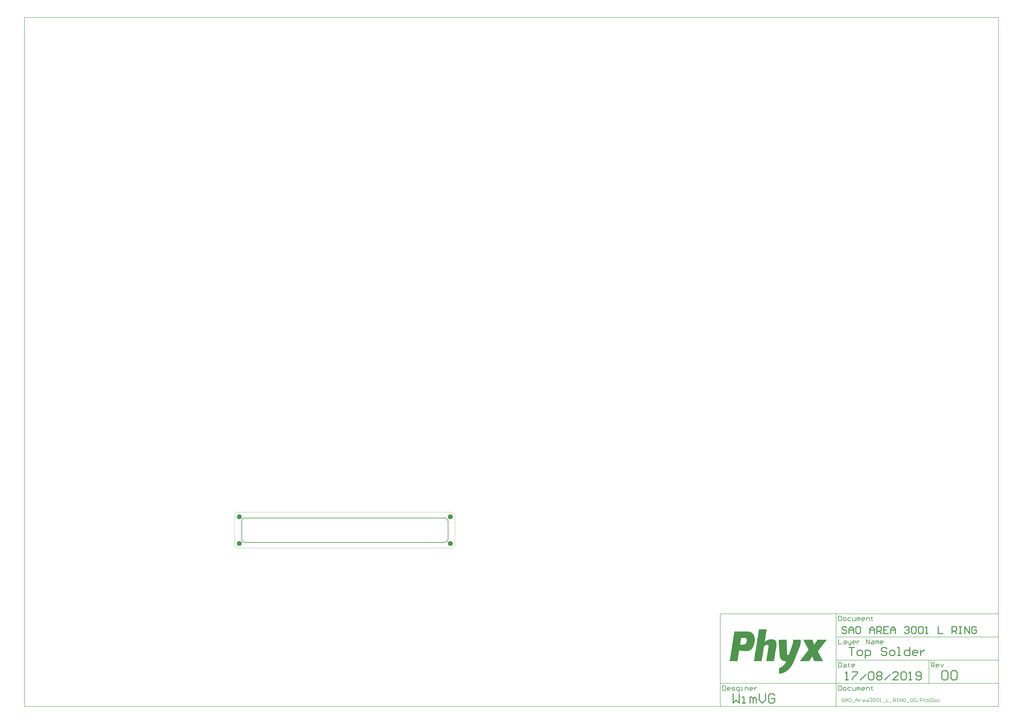
<source format=gts>
G04*
G04 #@! TF.GenerationSoftware,Altium Limited,Altium Designer,18.1.7 (191)*
G04*
G04 Layer_Color=8388736*
%FSLAX25Y25*%
%MOIN*%
G70*
G01*
G75*
%ADD10C,0.01575*%
%ADD11C,0.00984*%
%ADD12C,0.00394*%
%ADD13C,0.00787*%
%ADD14C,0.08268*%
G36*
X1005337Y-155808D02*
X1005050D01*
Y-156094D01*
X1004764D01*
Y-156380D01*
Y-156667D01*
X1004478D01*
Y-156953D01*
X1004192D01*
Y-157239D01*
X1003905D01*
Y-157526D01*
Y-157812D01*
X1003619D01*
Y-158098D01*
X1003333D01*
Y-158385D01*
X1003046D01*
Y-158671D01*
X1002760D01*
Y-158957D01*
Y-159244D01*
X1002474D01*
Y-159530D01*
X1002187D01*
Y-159816D01*
X1001901D01*
Y-160102D01*
Y-160389D01*
X1001615D01*
Y-160675D01*
X1001328D01*
Y-160961D01*
X1001042D01*
Y-161248D01*
X1000756D01*
Y-161534D01*
Y-161820D01*
X1000469D01*
Y-162107D01*
X1000183D01*
Y-162393D01*
X999897D01*
Y-162679D01*
Y-162966D01*
X999611D01*
Y-163252D01*
X999324D01*
Y-163538D01*
X999038D01*
Y-163824D01*
Y-164111D01*
X998752D01*
Y-164397D01*
X998465D01*
Y-164683D01*
X998179D01*
Y-164970D01*
X997893D01*
Y-165256D01*
Y-165542D01*
X997606D01*
Y-165829D01*
X997320D01*
Y-166115D01*
X997034D01*
Y-166401D01*
Y-166688D01*
X996747D01*
Y-166974D01*
X996461D01*
Y-167260D01*
X996175D01*
Y-167547D01*
Y-167833D01*
X995889D01*
Y-168119D01*
X995602D01*
Y-168405D01*
X995316D01*
Y-168692D01*
X995030D01*
Y-168978D01*
Y-169264D01*
X994743D01*
Y-169551D01*
X994457D01*
Y-169837D01*
X994171D01*
Y-170123D01*
Y-170410D01*
X993884D01*
Y-170696D01*
X993598D01*
Y-170982D01*
X993312D01*
Y-171269D01*
Y-171555D01*
X993025D01*
Y-171841D01*
X992739D01*
Y-172127D01*
X992453D01*
Y-172414D01*
X992166D01*
Y-172700D01*
Y-172986D01*
X991880D01*
Y-173273D01*
X991594D01*
Y-173559D01*
X991308D01*
Y-173845D01*
Y-174132D01*
X991021D01*
Y-174418D01*
X990735D01*
Y-174704D01*
X990449D01*
Y-174991D01*
X990162D01*
Y-175277D01*
Y-175563D01*
X990449D01*
Y-175850D01*
Y-176136D01*
X990735D01*
Y-176422D01*
Y-176709D01*
X991021D01*
Y-176995D01*
X991308D01*
Y-177281D01*
Y-177568D01*
X991594D01*
Y-177854D01*
Y-178140D01*
X991880D01*
Y-178426D01*
Y-178713D01*
X992166D01*
Y-178999D01*
Y-179285D01*
X992453D01*
Y-179572D01*
Y-179858D01*
X992739D01*
Y-180144D01*
Y-180431D01*
X993025D01*
Y-180717D01*
Y-181003D01*
X993312D01*
Y-181290D01*
Y-181576D01*
X993598D01*
Y-181862D01*
X993884D01*
Y-182149D01*
Y-182435D01*
X994171D01*
Y-182721D01*
Y-183007D01*
X994457D01*
Y-183294D01*
Y-183580D01*
X994743D01*
Y-183866D01*
Y-184153D01*
X995030D01*
Y-184439D01*
Y-184725D01*
X995316D01*
Y-185012D01*
Y-185298D01*
X995602D01*
Y-185584D01*
Y-185871D01*
X995889D01*
Y-186157D01*
X996175D01*
Y-186443D01*
Y-186730D01*
X996461D01*
Y-187016D01*
Y-187302D01*
X996747D01*
Y-187588D01*
Y-187875D01*
X997034D01*
Y-188161D01*
Y-188447D01*
X997320D01*
Y-188734D01*
Y-189020D01*
X997606D01*
Y-189306D01*
Y-189593D01*
X997893D01*
Y-189879D01*
Y-190165D01*
X998179D01*
Y-190452D01*
X998465D01*
Y-190738D01*
Y-191024D01*
X998752D01*
Y-191311D01*
Y-191597D01*
X999038D01*
Y-191883D01*
X983863D01*
Y-191597D01*
X983577D01*
Y-191311D01*
Y-191024D01*
Y-190738D01*
X983291D01*
Y-190452D01*
Y-190165D01*
Y-189879D01*
X983004D01*
Y-189593D01*
Y-189306D01*
X982718D01*
Y-189020D01*
Y-188734D01*
Y-188447D01*
X982432D01*
Y-188161D01*
Y-187875D01*
Y-187588D01*
X982146D01*
Y-187302D01*
Y-187016D01*
X981859D01*
Y-186730D01*
Y-186443D01*
Y-186157D01*
X981573D01*
Y-185871D01*
Y-185584D01*
Y-185298D01*
X981287D01*
Y-185012D01*
Y-184725D01*
Y-184439D01*
X981000D01*
Y-184153D01*
X980428D01*
Y-184439D01*
Y-184725D01*
X980141D01*
Y-185012D01*
X979855D01*
Y-185298D01*
Y-185584D01*
X979569D01*
Y-185871D01*
X979282D01*
Y-186157D01*
Y-186443D01*
X978996D01*
Y-186730D01*
X978710D01*
Y-187016D01*
Y-187302D01*
X978423D01*
Y-187588D01*
X978137D01*
Y-187875D01*
X977851D01*
Y-188161D01*
Y-188447D01*
X977565D01*
Y-188734D01*
X977278D01*
Y-189020D01*
Y-189306D01*
X976992D01*
Y-189593D01*
X976705D01*
Y-189879D01*
Y-190165D01*
X976419D01*
Y-190452D01*
X976133D01*
Y-190738D01*
Y-191024D01*
X975847D01*
Y-191311D01*
X975560D01*
Y-191597D01*
Y-191883D01*
X959527D01*
Y-191597D01*
X959813D01*
Y-191311D01*
X960099D01*
Y-191024D01*
X960386D01*
Y-190738D01*
X960672D01*
Y-190452D01*
Y-190165D01*
X960958D01*
Y-189879D01*
X961245D01*
Y-189593D01*
X961531D01*
Y-189306D01*
X961817D01*
Y-189020D01*
Y-188734D01*
X962104D01*
Y-188447D01*
X962390D01*
Y-188161D01*
X962676D01*
Y-187875D01*
Y-187588D01*
X962963D01*
Y-187302D01*
X963249D01*
Y-187016D01*
X963535D01*
Y-186730D01*
X963822D01*
Y-186443D01*
Y-186157D01*
X964108D01*
Y-185871D01*
X964394D01*
Y-185584D01*
X964680D01*
Y-185298D01*
X964967D01*
Y-185012D01*
Y-184725D01*
X965253D01*
Y-184439D01*
X965539D01*
Y-184153D01*
X965826D01*
Y-183866D01*
Y-183580D01*
X966112D01*
Y-183294D01*
X966398D01*
Y-183007D01*
X966685D01*
Y-182721D01*
X966971D01*
Y-182435D01*
Y-182149D01*
X967257D01*
Y-181862D01*
X967544D01*
Y-181576D01*
X967830D01*
Y-181290D01*
Y-181003D01*
X968116D01*
Y-180717D01*
X968402D01*
Y-180431D01*
X968689D01*
Y-180144D01*
X968975D01*
Y-179858D01*
Y-179572D01*
X969261D01*
Y-179285D01*
X969548D01*
Y-178999D01*
X969834D01*
Y-178713D01*
Y-178426D01*
X970120D01*
Y-178140D01*
X970407D01*
Y-177854D01*
X970693D01*
Y-177568D01*
X970979D01*
Y-177281D01*
Y-176995D01*
X971266D01*
Y-176709D01*
X971552D01*
Y-176422D01*
X971838D01*
Y-176136D01*
X972124D01*
Y-175850D01*
Y-175563D01*
X972411D01*
Y-175277D01*
X972697D01*
Y-174991D01*
X972983D01*
Y-174704D01*
Y-174418D01*
X973270D01*
Y-174132D01*
X973556D01*
Y-173845D01*
X973842D01*
Y-173559D01*
X974129D01*
Y-173273D01*
Y-172986D01*
X974415D01*
Y-172700D01*
Y-172414D01*
Y-172127D01*
X974129D01*
Y-171841D01*
X973842D01*
Y-171555D01*
Y-171269D01*
X973556D01*
Y-170982D01*
Y-170696D01*
X973270D01*
Y-170410D01*
Y-170123D01*
X972983D01*
Y-169837D01*
Y-169551D01*
X972697D01*
Y-169264D01*
Y-168978D01*
X972411D01*
Y-168692D01*
Y-168405D01*
X972124D01*
Y-168119D01*
X971838D01*
Y-167833D01*
Y-167547D01*
X971552D01*
Y-167260D01*
Y-166974D01*
X971266D01*
Y-166688D01*
Y-166401D01*
X970979D01*
Y-166115D01*
Y-165829D01*
X970693D01*
Y-165542D01*
Y-165256D01*
X970407D01*
Y-164970D01*
Y-164683D01*
X970120D01*
Y-164397D01*
X969834D01*
Y-164111D01*
Y-163824D01*
X969548D01*
Y-163538D01*
Y-163252D01*
X969261D01*
Y-162966D01*
Y-162679D01*
X968975D01*
Y-162393D01*
Y-162107D01*
X968689D01*
Y-161820D01*
Y-161534D01*
X968402D01*
Y-161248D01*
Y-160961D01*
X968116D01*
Y-160675D01*
Y-160389D01*
X967830D01*
Y-160102D01*
X967544D01*
Y-159816D01*
Y-159530D01*
X967257D01*
Y-159244D01*
Y-158957D01*
X966971D01*
Y-158671D01*
Y-158385D01*
X966685D01*
Y-158098D01*
Y-157812D01*
X966398D01*
Y-157526D01*
Y-157239D01*
X966112D01*
Y-156953D01*
Y-156667D01*
X965826D01*
Y-156380D01*
X965539D01*
Y-156094D01*
Y-155808D01*
X965253D01*
Y-155521D01*
X981000D01*
Y-155808D01*
X981287D01*
Y-156094D01*
Y-156380D01*
Y-156667D01*
X981573D01*
Y-156953D01*
Y-157239D01*
Y-157526D01*
X981859D01*
Y-157812D01*
Y-158098D01*
Y-158385D01*
X982146D01*
Y-158671D01*
Y-158957D01*
Y-159244D01*
X982432D01*
Y-159530D01*
Y-159816D01*
Y-160102D01*
X982718D01*
Y-160389D01*
Y-160675D01*
Y-160961D01*
X983004D01*
Y-161248D01*
Y-161534D01*
Y-161820D01*
X983291D01*
Y-162107D01*
Y-162393D01*
Y-162679D01*
X983577D01*
Y-162966D01*
Y-163252D01*
Y-163538D01*
Y-163824D01*
X984150D01*
Y-163538D01*
X984436D01*
Y-163252D01*
X984722D01*
Y-162966D01*
Y-162679D01*
X985009D01*
Y-162393D01*
X985295D01*
Y-162107D01*
Y-161820D01*
X985581D01*
Y-161534D01*
X985868D01*
Y-161248D01*
Y-160961D01*
X986154D01*
Y-160675D01*
X986440D01*
Y-160389D01*
Y-160102D01*
X986726D01*
Y-159816D01*
X987013D01*
Y-159530D01*
Y-159244D01*
X987299D01*
Y-158957D01*
X987585D01*
Y-158671D01*
Y-158385D01*
X987872D01*
Y-158098D01*
X988158D01*
Y-157812D01*
Y-157526D01*
X988444D01*
Y-157239D01*
X988731D01*
Y-156953D01*
Y-156667D01*
X989017D01*
Y-156380D01*
X989303D01*
Y-156094D01*
Y-155808D01*
X989590D01*
Y-155521D01*
X1005337D01*
Y-155808D01*
D02*
G37*
G36*
X872201Y-141778D02*
X873919D01*
Y-142065D01*
X874778D01*
Y-142351D01*
X875637D01*
Y-142637D01*
X876496D01*
Y-142924D01*
X877069D01*
Y-143210D01*
X877355D01*
Y-143496D01*
X877928D01*
Y-143783D01*
X878214D01*
Y-144069D01*
X878786D01*
Y-144355D01*
X879073D01*
Y-144641D01*
X879359D01*
Y-144928D01*
X879646D01*
Y-145214D01*
X879932D01*
Y-145501D01*
X880218D01*
Y-145787D01*
X880504D01*
Y-146073D01*
Y-146359D01*
X880791D01*
Y-146646D01*
X881077D01*
Y-146932D01*
Y-147218D01*
X881363D01*
Y-147505D01*
X881650D01*
Y-147791D01*
Y-148077D01*
X881936D01*
Y-148364D01*
Y-148650D01*
Y-148936D01*
X882222D01*
Y-149223D01*
Y-149509D01*
Y-149795D01*
X882509D01*
Y-150082D01*
Y-150368D01*
Y-150654D01*
Y-150940D01*
X882795D01*
Y-151227D01*
Y-151513D01*
Y-151799D01*
Y-152086D01*
Y-152372D01*
X883081D01*
Y-152658D01*
Y-152945D01*
Y-153231D01*
Y-153517D01*
Y-153804D01*
Y-154090D01*
Y-154376D01*
Y-154663D01*
Y-154949D01*
Y-155235D01*
Y-155521D01*
Y-155808D01*
Y-156094D01*
Y-156380D01*
Y-156667D01*
Y-156953D01*
Y-157239D01*
Y-157526D01*
Y-157812D01*
Y-158098D01*
X882795D01*
Y-158385D01*
Y-158671D01*
Y-158957D01*
Y-159244D01*
Y-159530D01*
Y-159816D01*
Y-160102D01*
X882509D01*
Y-160389D01*
Y-160675D01*
Y-160961D01*
Y-161248D01*
Y-161534D01*
X882222D01*
Y-161820D01*
Y-162107D01*
Y-162393D01*
Y-162679D01*
Y-162966D01*
X881936D01*
Y-163252D01*
Y-163538D01*
Y-163824D01*
X881650D01*
Y-164111D01*
Y-164397D01*
Y-164683D01*
Y-164970D01*
X881363D01*
Y-165256D01*
Y-165542D01*
Y-165829D01*
X881077D01*
Y-166115D01*
Y-166401D01*
X880791D01*
Y-166688D01*
Y-166974D01*
Y-167260D01*
X880504D01*
Y-167547D01*
Y-167833D01*
X880218D01*
Y-168119D01*
Y-168405D01*
X879932D01*
Y-168692D01*
Y-168978D01*
X879646D01*
Y-169264D01*
X879359D01*
Y-169551D01*
Y-169837D01*
X879073D01*
Y-170123D01*
X878786D01*
Y-170410D01*
X878500D01*
Y-170696D01*
Y-170982D01*
X878214D01*
Y-171269D01*
X877928D01*
Y-171555D01*
X877641D01*
Y-171841D01*
X877355D01*
Y-172127D01*
X877069D01*
Y-172414D01*
X876496D01*
Y-172700D01*
X876210D01*
Y-172986D01*
X875637D01*
Y-173273D01*
X875351D01*
Y-173559D01*
X874778D01*
Y-173845D01*
X873919D01*
Y-174132D01*
X873060D01*
Y-174418D01*
X872201D01*
Y-174704D01*
X870483D01*
Y-174991D01*
X865330D01*
Y-174704D01*
X862753D01*
Y-174418D01*
X860749D01*
Y-174132D01*
X859317D01*
Y-173845D01*
X857886D01*
Y-173559D01*
X856454D01*
Y-173845D01*
Y-174132D01*
Y-174418D01*
Y-174704D01*
Y-174991D01*
Y-175277D01*
Y-175563D01*
X856168D01*
Y-175850D01*
Y-176136D01*
Y-176422D01*
Y-176709D01*
Y-176995D01*
Y-177281D01*
X855882D01*
Y-177568D01*
Y-177854D01*
Y-178140D01*
Y-178426D01*
Y-178713D01*
Y-178999D01*
X855595D01*
Y-179285D01*
Y-179572D01*
Y-179858D01*
Y-180144D01*
Y-180431D01*
Y-180717D01*
Y-181003D01*
X855309D01*
Y-181290D01*
Y-181576D01*
Y-181862D01*
Y-182149D01*
Y-182435D01*
Y-182721D01*
X855023D01*
Y-183007D01*
Y-183294D01*
Y-183580D01*
Y-183866D01*
Y-184153D01*
Y-184439D01*
X854736D01*
Y-184725D01*
Y-185012D01*
Y-185298D01*
Y-185584D01*
Y-185871D01*
Y-186157D01*
Y-186443D01*
X854450D01*
Y-186730D01*
Y-187016D01*
Y-187302D01*
Y-187588D01*
Y-187875D01*
Y-188161D01*
X854164D01*
Y-188447D01*
Y-188734D01*
Y-189020D01*
Y-189306D01*
Y-189593D01*
Y-189879D01*
X853877D01*
Y-190165D01*
Y-190452D01*
Y-190738D01*
Y-191024D01*
Y-191311D01*
Y-191597D01*
Y-191883D01*
X840421D01*
Y-191597D01*
X840707D01*
Y-191311D01*
Y-191024D01*
Y-190738D01*
Y-190452D01*
Y-190165D01*
X840993D01*
Y-189879D01*
Y-189593D01*
Y-189306D01*
Y-189020D01*
Y-188734D01*
Y-188447D01*
Y-188161D01*
X841280D01*
Y-187875D01*
Y-187588D01*
Y-187302D01*
Y-187016D01*
Y-186730D01*
Y-186443D01*
X841566D01*
Y-186157D01*
Y-185871D01*
Y-185584D01*
Y-185298D01*
Y-185012D01*
Y-184725D01*
X841852D01*
Y-184439D01*
Y-184153D01*
Y-183866D01*
Y-183580D01*
Y-183294D01*
Y-183007D01*
Y-182721D01*
X842138D01*
Y-182435D01*
Y-182149D01*
Y-181862D01*
Y-181576D01*
Y-181290D01*
Y-181003D01*
X842425D01*
Y-180717D01*
Y-180431D01*
Y-180144D01*
Y-179858D01*
Y-179572D01*
Y-179285D01*
X842711D01*
Y-178999D01*
Y-178713D01*
Y-178426D01*
Y-178140D01*
Y-177854D01*
Y-177568D01*
X842997D01*
Y-177281D01*
Y-176995D01*
Y-176709D01*
Y-176422D01*
Y-176136D01*
Y-175850D01*
Y-175563D01*
X843284D01*
Y-175277D01*
Y-174991D01*
Y-174704D01*
Y-174418D01*
Y-174132D01*
Y-173845D01*
X843570D01*
Y-173559D01*
Y-173273D01*
Y-172986D01*
Y-172700D01*
Y-172414D01*
Y-172127D01*
X843856D01*
Y-171841D01*
Y-171555D01*
Y-171269D01*
Y-170982D01*
Y-170696D01*
Y-170410D01*
X844143D01*
Y-170123D01*
Y-169837D01*
Y-169551D01*
Y-169264D01*
Y-168978D01*
Y-168692D01*
Y-168405D01*
X844429D01*
Y-168119D01*
Y-167833D01*
Y-167547D01*
Y-167260D01*
Y-166974D01*
Y-166688D01*
X844715D01*
Y-166401D01*
Y-166115D01*
Y-165829D01*
Y-165542D01*
Y-165256D01*
Y-164970D01*
X845002D01*
Y-164683D01*
Y-164397D01*
Y-164111D01*
Y-163824D01*
Y-163538D01*
Y-163252D01*
Y-162966D01*
X845288D01*
Y-162679D01*
Y-162393D01*
Y-162107D01*
Y-161820D01*
Y-161534D01*
Y-161248D01*
X845574D01*
Y-160961D01*
Y-160675D01*
Y-160389D01*
Y-160102D01*
Y-159816D01*
Y-159530D01*
X845861D01*
Y-159244D01*
Y-158957D01*
Y-158671D01*
Y-158385D01*
Y-158098D01*
Y-157812D01*
X846147D01*
Y-157526D01*
Y-157239D01*
Y-156953D01*
Y-156667D01*
Y-156380D01*
Y-156094D01*
Y-155808D01*
X846433D01*
Y-155521D01*
Y-155235D01*
Y-154949D01*
Y-154663D01*
Y-154376D01*
Y-154090D01*
X846719D01*
Y-153804D01*
Y-153517D01*
Y-153231D01*
Y-152945D01*
Y-152658D01*
Y-152372D01*
X847006D01*
Y-152086D01*
Y-151799D01*
Y-151513D01*
Y-151227D01*
Y-150940D01*
Y-150654D01*
Y-150368D01*
X847292D01*
Y-150082D01*
Y-149795D01*
Y-149509D01*
Y-149223D01*
Y-148936D01*
Y-148650D01*
X847578D01*
Y-148364D01*
Y-148077D01*
Y-147791D01*
Y-147505D01*
Y-147218D01*
Y-146932D01*
X847865D01*
Y-146646D01*
Y-146359D01*
Y-146073D01*
Y-145787D01*
Y-145501D01*
Y-145214D01*
Y-144928D01*
X848151D01*
Y-144641D01*
Y-144355D01*
Y-144069D01*
Y-143783D01*
Y-143496D01*
Y-143210D01*
X848437D01*
Y-142924D01*
Y-142637D01*
Y-142351D01*
Y-142065D01*
Y-141778D01*
Y-141492D01*
X872201D01*
Y-141778D01*
D02*
G37*
G36*
X961245Y-155808D02*
Y-156094D01*
Y-156380D01*
Y-156667D01*
Y-156953D01*
Y-157239D01*
Y-157526D01*
Y-157812D01*
Y-158098D01*
Y-158385D01*
Y-158671D01*
Y-158957D01*
Y-159244D01*
Y-159530D01*
Y-159816D01*
Y-160102D01*
Y-160389D01*
Y-160675D01*
Y-160961D01*
Y-161248D01*
Y-161534D01*
X960958D01*
Y-161820D01*
Y-162107D01*
Y-162393D01*
Y-162679D01*
Y-162966D01*
X960672D01*
Y-163252D01*
Y-163538D01*
Y-163824D01*
Y-164111D01*
X960386D01*
Y-164397D01*
Y-164683D01*
Y-164970D01*
Y-165256D01*
X960099D01*
Y-165542D01*
Y-165829D01*
Y-166115D01*
X959813D01*
Y-166401D01*
Y-166688D01*
Y-166974D01*
X959527D01*
Y-167260D01*
Y-167547D01*
Y-167833D01*
X959241D01*
Y-168119D01*
Y-168405D01*
Y-168692D01*
X958954D01*
Y-168978D01*
Y-169264D01*
X958668D01*
Y-169551D01*
Y-169837D01*
X958381D01*
Y-170123D01*
Y-170410D01*
Y-170696D01*
X958095D01*
Y-170982D01*
Y-171269D01*
X957809D01*
Y-171555D01*
Y-171841D01*
Y-172127D01*
X957523D01*
Y-172414D01*
Y-172700D01*
X957236D01*
Y-172986D01*
Y-173273D01*
Y-173559D01*
X956950D01*
Y-173845D01*
Y-174132D01*
X956664D01*
Y-174418D01*
Y-174704D01*
Y-174991D01*
X956377D01*
Y-175277D01*
Y-175563D01*
X956091D01*
Y-175850D01*
Y-176136D01*
Y-176422D01*
X955805D01*
Y-176709D01*
Y-176995D01*
X955518D01*
Y-177281D01*
Y-177568D01*
Y-177854D01*
X955232D01*
Y-178140D01*
Y-178426D01*
X954946D01*
Y-178713D01*
Y-178999D01*
Y-179285D01*
X954659D01*
Y-179572D01*
Y-179858D01*
X954373D01*
Y-180144D01*
Y-180431D01*
Y-180717D01*
X954087D01*
Y-181003D01*
Y-181290D01*
X953800D01*
Y-181576D01*
Y-181862D01*
Y-182149D01*
X953514D01*
Y-182435D01*
Y-182721D01*
X953228D01*
Y-183007D01*
Y-183294D01*
Y-183580D01*
X952942D01*
Y-183866D01*
Y-184153D01*
X952655D01*
Y-184439D01*
Y-184725D01*
Y-185012D01*
X952369D01*
Y-185298D01*
Y-185584D01*
X952083D01*
Y-185871D01*
Y-186157D01*
Y-186443D01*
X951796D01*
Y-186730D01*
Y-187016D01*
X951510D01*
Y-187302D01*
Y-187588D01*
Y-187875D01*
X951224D01*
Y-188161D01*
Y-188447D01*
X950937D01*
Y-188734D01*
Y-189020D01*
Y-189306D01*
X950651D01*
Y-189593D01*
Y-189879D01*
X950365D01*
Y-190165D01*
Y-190452D01*
Y-190738D01*
X950078D01*
Y-191024D01*
Y-191311D01*
X949792D01*
Y-191597D01*
Y-191883D01*
Y-192169D01*
X949506D01*
Y-192456D01*
Y-192742D01*
X949220D01*
Y-193028D01*
Y-193315D01*
X948933D01*
Y-193601D01*
Y-193887D01*
X948647D01*
Y-194174D01*
Y-194460D01*
Y-194746D01*
X948361D01*
Y-195033D01*
X948074D01*
Y-195319D01*
Y-195605D01*
Y-195891D01*
X947788D01*
Y-196178D01*
X947502D01*
Y-196464D01*
Y-196750D01*
X947215D01*
Y-197037D01*
Y-197323D01*
X946929D01*
Y-197609D01*
Y-197896D01*
X946643D01*
Y-198182D01*
Y-198468D01*
X946356D01*
Y-198755D01*
X946070D01*
Y-199041D01*
Y-199327D01*
X945784D01*
Y-199614D01*
Y-199900D01*
X945497D01*
Y-200186D01*
X945211D01*
Y-200472D01*
X944925D01*
Y-200759D01*
Y-201045D01*
X944639D01*
Y-201331D01*
X944352D01*
Y-201618D01*
Y-201904D01*
X944066D01*
Y-202190D01*
X943780D01*
Y-202477D01*
X943493D01*
Y-202763D01*
Y-203049D01*
X943207D01*
Y-203336D01*
X942921D01*
Y-203622D01*
X942634D01*
Y-203908D01*
X942348D01*
Y-204195D01*
X942062D01*
Y-204481D01*
Y-204767D01*
X941775D01*
Y-205053D01*
X941489D01*
Y-205340D01*
X941203D01*
Y-205626D01*
X940916D01*
Y-205912D01*
X940630D01*
Y-206199D01*
X940344D01*
Y-206485D01*
X940057D01*
Y-206771D01*
X939485D01*
Y-207058D01*
X939199D01*
Y-207344D01*
X938912D01*
Y-207630D01*
X938626D01*
Y-207917D01*
X938340D01*
Y-208203D01*
X937767D01*
Y-208489D01*
X937481D01*
Y-208776D01*
X936908D01*
Y-209062D01*
X936622D01*
Y-209348D01*
X936049D01*
Y-209634D01*
X935763D01*
Y-209921D01*
X935190D01*
Y-210207D01*
X934618D01*
Y-210493D01*
X934045D01*
Y-210780D01*
X933472D01*
Y-211066D01*
X932900D01*
Y-211352D01*
X932041D01*
Y-211639D01*
X931468D01*
Y-211925D01*
X930609D01*
Y-212211D01*
X929464D01*
Y-212498D01*
X928319D01*
Y-212784D01*
X926601D01*
Y-213070D01*
X924597D01*
Y-213357D01*
X924310D01*
Y-213070D01*
Y-212784D01*
Y-212498D01*
Y-212211D01*
Y-211925D01*
Y-211639D01*
Y-211352D01*
Y-211066D01*
Y-210780D01*
Y-210493D01*
Y-210207D01*
Y-209921D01*
Y-209634D01*
Y-209348D01*
Y-209062D01*
Y-208776D01*
Y-208489D01*
Y-208203D01*
Y-207917D01*
Y-207630D01*
Y-207344D01*
Y-207058D01*
Y-206771D01*
Y-206485D01*
Y-206199D01*
Y-205912D01*
Y-205626D01*
Y-205340D01*
Y-205053D01*
Y-204767D01*
Y-204481D01*
Y-204195D01*
Y-203908D01*
X924883D01*
Y-203622D01*
X925455D01*
Y-203336D01*
X926028D01*
Y-203049D01*
X926601D01*
Y-202763D01*
X927173D01*
Y-202477D01*
X927746D01*
Y-202190D01*
X928032D01*
Y-201904D01*
X928605D01*
Y-201618D01*
X928891D01*
Y-201331D01*
X929464D01*
Y-201045D01*
X929750D01*
Y-200759D01*
X930037D01*
Y-200472D01*
X930609D01*
Y-200186D01*
X930896D01*
Y-199900D01*
X931182D01*
Y-199614D01*
X931468D01*
Y-199327D01*
X931754D01*
Y-199041D01*
X932041D01*
Y-198755D01*
X932327D01*
Y-198468D01*
X932613D01*
Y-198182D01*
X932900D01*
Y-197896D01*
X933186D01*
Y-197609D01*
X933472D01*
Y-197323D01*
X933759D01*
Y-197037D01*
Y-196750D01*
X934045D01*
Y-196464D01*
X934331D01*
Y-196178D01*
X934618D01*
Y-195891D01*
Y-195605D01*
X934904D01*
Y-195319D01*
X935190D01*
Y-195033D01*
Y-194746D01*
X935476D01*
Y-194460D01*
Y-194174D01*
X935763D01*
Y-193887D01*
X936049D01*
Y-193601D01*
Y-193315D01*
X936335D01*
Y-193028D01*
Y-192742D01*
X936622D01*
Y-192456D01*
Y-192169D01*
X934904D01*
Y-191883D01*
X932900D01*
Y-191597D01*
X931754D01*
Y-191311D01*
X931182D01*
Y-191024D01*
X930323D01*
Y-190738D01*
X929750D01*
Y-190452D01*
X929464D01*
Y-190165D01*
X928891D01*
Y-189879D01*
X928605D01*
Y-189593D01*
X928319D01*
Y-189306D01*
X928032D01*
Y-189020D01*
X927746D01*
Y-188734D01*
X927460D01*
Y-188447D01*
Y-188161D01*
X927173D01*
Y-187875D01*
X926887D01*
Y-187588D01*
Y-187302D01*
X926601D01*
Y-187016D01*
Y-186730D01*
X926315D01*
Y-186443D01*
Y-186157D01*
X926028D01*
Y-185871D01*
Y-185584D01*
Y-185298D01*
X925742D01*
Y-185012D01*
Y-184725D01*
Y-184439D01*
Y-184153D01*
X925455D01*
Y-183866D01*
Y-183580D01*
Y-183294D01*
Y-183007D01*
Y-182721D01*
Y-182435D01*
Y-182149D01*
X925169D01*
Y-181862D01*
Y-181576D01*
Y-181290D01*
Y-181003D01*
Y-180717D01*
Y-180431D01*
Y-180144D01*
Y-179858D01*
Y-179572D01*
Y-179285D01*
Y-178999D01*
Y-178713D01*
Y-178426D01*
Y-178140D01*
Y-177854D01*
X924883D01*
Y-177568D01*
Y-177281D01*
Y-176995D01*
Y-176709D01*
Y-176422D01*
Y-176136D01*
Y-175850D01*
Y-175563D01*
Y-175277D01*
Y-174991D01*
Y-174704D01*
Y-174418D01*
Y-174132D01*
Y-173845D01*
Y-173559D01*
X924597D01*
Y-173273D01*
Y-172986D01*
Y-172700D01*
Y-172414D01*
Y-172127D01*
Y-171841D01*
Y-171555D01*
Y-171269D01*
Y-170982D01*
Y-170696D01*
Y-170410D01*
Y-170123D01*
Y-169837D01*
Y-169551D01*
Y-169264D01*
Y-168978D01*
X924310D01*
Y-168692D01*
Y-168405D01*
Y-168119D01*
Y-167833D01*
Y-167547D01*
Y-167260D01*
Y-166974D01*
Y-166688D01*
Y-166401D01*
Y-166115D01*
Y-165829D01*
Y-165542D01*
Y-165256D01*
Y-164970D01*
Y-164683D01*
Y-164397D01*
X924024D01*
Y-164111D01*
Y-163824D01*
Y-163538D01*
Y-163252D01*
Y-162966D01*
Y-162679D01*
Y-162393D01*
Y-162107D01*
Y-161820D01*
Y-161534D01*
Y-161248D01*
Y-160961D01*
Y-160675D01*
Y-160389D01*
X923738D01*
Y-160102D01*
Y-159816D01*
Y-159530D01*
Y-159244D01*
Y-158957D01*
Y-158671D01*
Y-158385D01*
Y-158098D01*
Y-157812D01*
Y-157526D01*
Y-157239D01*
Y-156953D01*
Y-156667D01*
Y-156380D01*
Y-156094D01*
Y-155808D01*
X923451D01*
Y-155521D01*
X937194D01*
Y-155808D01*
Y-156094D01*
Y-156380D01*
Y-156667D01*
Y-156953D01*
Y-157239D01*
Y-157526D01*
Y-157812D01*
Y-158098D01*
Y-158385D01*
Y-158671D01*
Y-158957D01*
Y-159244D01*
Y-159530D01*
X937481D01*
Y-159816D01*
Y-160102D01*
Y-160389D01*
Y-160675D01*
Y-160961D01*
Y-161248D01*
Y-161534D01*
Y-161820D01*
Y-162107D01*
Y-162393D01*
Y-162679D01*
Y-162966D01*
Y-163252D01*
Y-163538D01*
Y-163824D01*
Y-164111D01*
Y-164397D01*
Y-164683D01*
Y-164970D01*
Y-165256D01*
Y-165542D01*
Y-165829D01*
Y-166115D01*
Y-166401D01*
Y-166688D01*
Y-166974D01*
Y-167260D01*
Y-167547D01*
Y-167833D01*
Y-168119D01*
Y-168405D01*
Y-168692D01*
Y-168978D01*
Y-169264D01*
Y-169551D01*
Y-169837D01*
Y-170123D01*
Y-170410D01*
Y-170696D01*
Y-170982D01*
Y-171269D01*
X937767D01*
Y-171555D01*
X937481D01*
Y-171841D01*
Y-172127D01*
X937767D01*
Y-172414D01*
Y-172700D01*
Y-172986D01*
Y-173273D01*
Y-173559D01*
Y-173845D01*
Y-174132D01*
Y-174418D01*
Y-174704D01*
Y-174991D01*
Y-175277D01*
Y-175563D01*
Y-175850D01*
Y-176136D01*
Y-176422D01*
Y-176709D01*
Y-176995D01*
Y-177281D01*
Y-177568D01*
Y-177854D01*
Y-178140D01*
Y-178426D01*
Y-178713D01*
Y-178999D01*
Y-179285D01*
Y-179572D01*
X938053D01*
Y-179858D01*
Y-180144D01*
Y-180431D01*
X938340D01*
Y-180717D01*
X938626D01*
Y-181003D01*
X938912D01*
Y-181290D01*
X939771D01*
Y-181576D01*
X940630D01*
Y-181290D01*
X940916D01*
Y-181003D01*
Y-180717D01*
Y-180431D01*
X941203D01*
Y-180144D01*
Y-179858D01*
X941489D01*
Y-179572D01*
Y-179285D01*
Y-178999D01*
X941775D01*
Y-178713D01*
Y-178426D01*
Y-178140D01*
X942062D01*
Y-177854D01*
Y-177568D01*
Y-177281D01*
X942348D01*
Y-176995D01*
Y-176709D01*
Y-176422D01*
X942634D01*
Y-176136D01*
Y-175850D01*
X942921D01*
Y-175563D01*
Y-175277D01*
Y-174991D01*
X943207D01*
Y-174704D01*
Y-174418D01*
Y-174132D01*
X943493D01*
Y-173845D01*
Y-173559D01*
Y-173273D01*
X943780D01*
Y-172986D01*
Y-172700D01*
X944066D01*
Y-172414D01*
Y-172127D01*
Y-171841D01*
X944352D01*
Y-171555D01*
Y-171269D01*
Y-170982D01*
X944639D01*
Y-170696D01*
Y-170410D01*
Y-170123D01*
X944925D01*
Y-169837D01*
Y-169551D01*
X945211D01*
Y-169264D01*
Y-168978D01*
Y-168692D01*
X945497D01*
Y-168405D01*
Y-168119D01*
Y-167833D01*
X945784D01*
Y-167547D01*
Y-167260D01*
Y-166974D01*
X946070D01*
Y-166688D01*
Y-166401D01*
X946356D01*
Y-166115D01*
Y-165829D01*
Y-165542D01*
X946643D01*
Y-165256D01*
Y-164970D01*
Y-164683D01*
X946929D01*
Y-164397D01*
Y-164111D01*
Y-163824D01*
X947215D01*
Y-163538D01*
Y-163252D01*
Y-162966D01*
Y-162679D01*
X947502D01*
Y-162393D01*
Y-162107D01*
Y-161820D01*
Y-161534D01*
X947788D01*
Y-161248D01*
Y-160961D01*
Y-160675D01*
Y-160389D01*
Y-160102D01*
X948074D01*
Y-159816D01*
Y-159530D01*
Y-159244D01*
Y-158957D01*
Y-158671D01*
Y-158385D01*
X948361D01*
Y-158098D01*
Y-157812D01*
Y-157526D01*
Y-157239D01*
Y-156953D01*
Y-156667D01*
Y-156380D01*
Y-156094D01*
Y-155808D01*
Y-155521D01*
X961245D01*
Y-155808D01*
D02*
G37*
G36*
X903409Y-138343D02*
Y-138629D01*
X903123D01*
Y-138915D01*
Y-139202D01*
Y-139488D01*
Y-139774D01*
Y-140060D01*
Y-140347D01*
X902837D01*
Y-140633D01*
Y-140919D01*
Y-141206D01*
Y-141492D01*
Y-141778D01*
Y-142065D01*
X902551D01*
Y-142351D01*
Y-142637D01*
Y-142924D01*
Y-143210D01*
Y-143496D01*
Y-143783D01*
Y-144069D01*
X902264D01*
Y-144355D01*
Y-144641D01*
Y-144928D01*
Y-145214D01*
Y-145501D01*
Y-145787D01*
X901978D01*
Y-146073D01*
Y-146359D01*
Y-146646D01*
Y-146932D01*
Y-147218D01*
Y-147505D01*
X901692D01*
Y-147791D01*
Y-148077D01*
Y-148364D01*
Y-148650D01*
Y-148936D01*
Y-149223D01*
Y-149509D01*
X901405D01*
Y-149795D01*
Y-150082D01*
Y-150368D01*
Y-150654D01*
Y-150940D01*
Y-151227D01*
X901119D01*
Y-151513D01*
Y-151799D01*
Y-152086D01*
Y-152372D01*
Y-152658D01*
Y-152945D01*
X900833D01*
Y-153231D01*
Y-153517D01*
Y-153804D01*
Y-154090D01*
Y-154376D01*
Y-154663D01*
X900546D01*
Y-154949D01*
Y-155235D01*
Y-155521D01*
Y-155808D01*
Y-156094D01*
Y-156380D01*
Y-156667D01*
X900260D01*
Y-156953D01*
Y-157239D01*
Y-157526D01*
Y-157812D01*
Y-158098D01*
Y-158385D01*
X899974D01*
Y-158671D01*
Y-158957D01*
X900546D01*
Y-158671D01*
X900833D01*
Y-158385D01*
X901119D01*
Y-158098D01*
X901692D01*
Y-157812D01*
X901978D01*
Y-157526D01*
X902264D01*
Y-157239D01*
X902837D01*
Y-156953D01*
X903409D01*
Y-156667D01*
X903696D01*
Y-156380D01*
X904268D01*
Y-156094D01*
X905127D01*
Y-155808D01*
X905700D01*
Y-155521D01*
X906559D01*
Y-155235D01*
X907990D01*
Y-154949D01*
X914289D01*
Y-155235D01*
X915435D01*
Y-155521D01*
X916294D01*
Y-155808D01*
X916866D01*
Y-156094D01*
X917153D01*
Y-156380D01*
X917725D01*
Y-156667D01*
X918011D01*
Y-156953D01*
X918298D01*
Y-157239D01*
X918584D01*
Y-157526D01*
X918870D01*
Y-157812D01*
Y-158098D01*
X919157D01*
Y-158385D01*
Y-158671D01*
X919443D01*
Y-158957D01*
Y-159244D01*
Y-159530D01*
X919729D01*
Y-159816D01*
Y-160102D01*
Y-160389D01*
Y-160675D01*
X920016D01*
Y-160961D01*
Y-161248D01*
Y-161534D01*
Y-161820D01*
Y-162107D01*
Y-162393D01*
Y-162679D01*
Y-162966D01*
Y-163252D01*
Y-163538D01*
Y-163824D01*
Y-164111D01*
Y-164397D01*
Y-164683D01*
Y-164970D01*
Y-165256D01*
Y-165542D01*
Y-165829D01*
X919729D01*
Y-166115D01*
Y-166401D01*
Y-166688D01*
Y-166974D01*
Y-167260D01*
Y-167547D01*
Y-167833D01*
X919443D01*
Y-168119D01*
Y-168405D01*
Y-168692D01*
Y-168978D01*
Y-169264D01*
Y-169551D01*
Y-169837D01*
X919157D01*
Y-170123D01*
Y-170410D01*
Y-170696D01*
Y-170982D01*
Y-171269D01*
Y-171555D01*
X918870D01*
Y-171841D01*
Y-172127D01*
Y-172414D01*
Y-172700D01*
Y-172986D01*
Y-173273D01*
X918584D01*
Y-173559D01*
Y-173845D01*
Y-174132D01*
Y-174418D01*
Y-174704D01*
Y-174991D01*
X918298D01*
Y-175277D01*
Y-175563D01*
Y-175850D01*
Y-176136D01*
Y-176422D01*
Y-176709D01*
Y-176995D01*
X918011D01*
Y-177281D01*
Y-177568D01*
Y-177854D01*
Y-178140D01*
Y-178426D01*
Y-178713D01*
X917725D01*
Y-178999D01*
Y-179285D01*
Y-179572D01*
Y-179858D01*
Y-180144D01*
Y-180431D01*
X917439D01*
Y-180717D01*
Y-181003D01*
Y-181290D01*
Y-181576D01*
Y-181862D01*
Y-182149D01*
Y-182435D01*
X917153D01*
Y-182721D01*
Y-183007D01*
Y-183294D01*
Y-183580D01*
Y-183866D01*
Y-184153D01*
X916866D01*
Y-184439D01*
Y-184725D01*
Y-185012D01*
Y-185298D01*
Y-185584D01*
Y-185871D01*
X916580D01*
Y-186157D01*
Y-186443D01*
Y-186730D01*
Y-187016D01*
Y-187302D01*
Y-187588D01*
X916294D01*
Y-187875D01*
Y-188161D01*
Y-188447D01*
Y-188734D01*
Y-189020D01*
Y-189306D01*
Y-189593D01*
X916007D01*
Y-189879D01*
Y-190165D01*
Y-190452D01*
Y-190738D01*
Y-191024D01*
Y-191311D01*
X915721D01*
Y-191597D01*
Y-191883D01*
X902551D01*
Y-191597D01*
Y-191311D01*
X902837D01*
Y-191024D01*
Y-190738D01*
Y-190452D01*
Y-190165D01*
Y-189879D01*
Y-189593D01*
X903123D01*
Y-189306D01*
Y-189020D01*
Y-188734D01*
Y-188447D01*
Y-188161D01*
Y-187875D01*
Y-187588D01*
X903409D01*
Y-187302D01*
Y-187016D01*
Y-186730D01*
Y-186443D01*
Y-186157D01*
Y-185871D01*
X903696D01*
Y-185584D01*
Y-185298D01*
Y-185012D01*
Y-184725D01*
Y-184439D01*
Y-184153D01*
X903982D01*
Y-183866D01*
Y-183580D01*
Y-183294D01*
Y-183007D01*
Y-182721D01*
Y-182435D01*
Y-182149D01*
X904268D01*
Y-181862D01*
Y-181576D01*
Y-181290D01*
Y-181003D01*
Y-180717D01*
Y-180431D01*
X904555D01*
Y-180144D01*
Y-179858D01*
Y-179572D01*
Y-179285D01*
Y-178999D01*
Y-178713D01*
Y-178426D01*
X904841D01*
Y-178140D01*
Y-177854D01*
Y-177568D01*
Y-177281D01*
Y-176995D01*
Y-176709D01*
X905127D01*
Y-176422D01*
Y-176136D01*
Y-175850D01*
Y-175563D01*
Y-175277D01*
Y-174991D01*
X905414D01*
Y-174704D01*
Y-174418D01*
Y-174132D01*
Y-173845D01*
Y-173559D01*
Y-173273D01*
X905700D01*
Y-172986D01*
Y-172700D01*
Y-172414D01*
Y-172127D01*
Y-171841D01*
Y-171555D01*
Y-171269D01*
X905986D01*
Y-170982D01*
Y-170696D01*
Y-170410D01*
Y-170123D01*
Y-169837D01*
Y-169551D01*
X906273D01*
Y-169264D01*
Y-168978D01*
Y-168692D01*
Y-168405D01*
Y-168119D01*
Y-167833D01*
Y-167547D01*
X906559D01*
Y-167260D01*
Y-166974D01*
Y-166688D01*
Y-166401D01*
Y-166115D01*
Y-165829D01*
X906273D01*
Y-165542D01*
Y-165256D01*
X905986D01*
Y-164970D01*
X905700D01*
Y-164683D01*
X905127D01*
Y-164397D01*
X903409D01*
Y-164683D01*
X901978D01*
Y-164970D01*
X901119D01*
Y-165256D01*
X900546D01*
Y-165542D01*
X900260D01*
Y-165829D01*
X899687D01*
Y-166115D01*
X899401D01*
Y-166401D01*
X899115D01*
Y-166688D01*
Y-166974D01*
X898828D01*
Y-167260D01*
Y-167547D01*
Y-167833D01*
X898542D01*
Y-168119D01*
Y-168405D01*
Y-168692D01*
Y-168978D01*
Y-169264D01*
Y-169551D01*
X898256D01*
Y-169837D01*
Y-170123D01*
Y-170410D01*
Y-170696D01*
Y-170982D01*
Y-171269D01*
Y-171555D01*
X897970D01*
Y-171841D01*
Y-172127D01*
Y-172414D01*
Y-172700D01*
Y-172986D01*
Y-173273D01*
X897683D01*
Y-173559D01*
Y-173845D01*
Y-174132D01*
Y-174418D01*
Y-174704D01*
Y-174991D01*
X897397D01*
Y-175277D01*
Y-175563D01*
Y-175850D01*
Y-176136D01*
Y-176422D01*
Y-176709D01*
X897111D01*
Y-176995D01*
Y-177281D01*
Y-177568D01*
Y-177854D01*
Y-178140D01*
Y-178426D01*
Y-178713D01*
X896824D01*
Y-178999D01*
Y-179285D01*
Y-179572D01*
Y-179858D01*
Y-180144D01*
Y-180431D01*
X896538D01*
Y-180717D01*
Y-181003D01*
Y-181290D01*
Y-181576D01*
Y-181862D01*
Y-182149D01*
X896252D01*
Y-182435D01*
Y-182721D01*
Y-183007D01*
Y-183294D01*
Y-183580D01*
Y-183866D01*
Y-184153D01*
X895965D01*
Y-184439D01*
Y-184725D01*
Y-185012D01*
Y-185298D01*
Y-185584D01*
Y-185871D01*
X895679D01*
Y-186157D01*
Y-186443D01*
Y-186730D01*
Y-187016D01*
Y-187302D01*
Y-187588D01*
X895393D01*
Y-187875D01*
Y-188161D01*
Y-188447D01*
Y-188734D01*
Y-189020D01*
Y-189306D01*
X895106D01*
Y-189593D01*
Y-189879D01*
Y-190165D01*
Y-190452D01*
Y-190738D01*
Y-191024D01*
Y-191311D01*
X894820D01*
Y-191597D01*
Y-191883D01*
X881650D01*
Y-191597D01*
Y-191311D01*
X881936D01*
Y-191024D01*
Y-190738D01*
Y-190452D01*
Y-190165D01*
Y-189879D01*
Y-189593D01*
Y-189306D01*
X882222D01*
Y-189020D01*
Y-188734D01*
Y-188447D01*
Y-188161D01*
Y-187875D01*
Y-187588D01*
X882509D01*
Y-187302D01*
Y-187016D01*
Y-186730D01*
Y-186443D01*
Y-186157D01*
Y-185871D01*
X882795D01*
Y-185584D01*
Y-185298D01*
Y-185012D01*
Y-184725D01*
Y-184439D01*
Y-184153D01*
Y-183866D01*
X883081D01*
Y-183580D01*
Y-183294D01*
Y-183007D01*
Y-182721D01*
Y-182435D01*
Y-182149D01*
X883368D01*
Y-181862D01*
Y-181576D01*
Y-181290D01*
Y-181003D01*
Y-180717D01*
Y-180431D01*
X883654D01*
Y-180144D01*
Y-179858D01*
Y-179572D01*
Y-179285D01*
Y-178999D01*
Y-178713D01*
X883940D01*
Y-178426D01*
Y-178140D01*
Y-177854D01*
Y-177568D01*
Y-177281D01*
Y-176995D01*
Y-176709D01*
X884227D01*
Y-176422D01*
Y-176136D01*
Y-175850D01*
Y-175563D01*
Y-175277D01*
Y-174991D01*
X884513D01*
Y-174704D01*
Y-174418D01*
Y-174132D01*
Y-173845D01*
Y-173559D01*
Y-173273D01*
X884799D01*
Y-172986D01*
Y-172700D01*
Y-172414D01*
Y-172127D01*
Y-171841D01*
Y-171555D01*
Y-171269D01*
X885085D01*
Y-170982D01*
Y-170696D01*
Y-170410D01*
Y-170123D01*
Y-169837D01*
Y-169551D01*
X885372D01*
Y-169264D01*
Y-168978D01*
Y-168692D01*
Y-168405D01*
Y-168119D01*
Y-167833D01*
X885658D01*
Y-167547D01*
Y-167260D01*
Y-166974D01*
Y-166688D01*
Y-166401D01*
Y-166115D01*
X885944D01*
Y-165829D01*
Y-165542D01*
Y-165256D01*
Y-164970D01*
Y-164683D01*
Y-164397D01*
Y-164111D01*
X886231D01*
Y-163824D01*
Y-163538D01*
Y-163252D01*
Y-162966D01*
Y-162679D01*
Y-162393D01*
X886517D01*
Y-162107D01*
Y-161820D01*
Y-161534D01*
Y-161248D01*
Y-160961D01*
Y-160675D01*
X886803D01*
Y-160389D01*
Y-160102D01*
Y-159816D01*
Y-159530D01*
Y-159244D01*
Y-158957D01*
X887090D01*
Y-158671D01*
Y-158385D01*
Y-158098D01*
Y-157812D01*
Y-157526D01*
Y-157239D01*
Y-156953D01*
X887376D01*
Y-156667D01*
Y-156380D01*
Y-156094D01*
Y-155808D01*
Y-155521D01*
Y-155235D01*
X887662D01*
Y-154949D01*
Y-154663D01*
Y-154376D01*
Y-154090D01*
Y-153804D01*
Y-153517D01*
X887949D01*
Y-153231D01*
Y-152945D01*
Y-152658D01*
Y-152372D01*
Y-152086D01*
Y-151799D01*
Y-151513D01*
X888235D01*
Y-151227D01*
Y-150940D01*
Y-150654D01*
Y-150368D01*
Y-150082D01*
Y-149795D01*
X888521D01*
Y-149509D01*
Y-149223D01*
Y-148936D01*
Y-148650D01*
Y-148364D01*
Y-148077D01*
X888807D01*
Y-147791D01*
Y-147505D01*
Y-147218D01*
Y-146932D01*
Y-146646D01*
Y-146359D01*
X889094D01*
Y-146073D01*
Y-145787D01*
Y-145501D01*
Y-145214D01*
Y-144928D01*
Y-144641D01*
Y-144355D01*
X889380D01*
Y-144069D01*
Y-143783D01*
Y-143496D01*
Y-143210D01*
Y-142924D01*
Y-142637D01*
X889666D01*
Y-142351D01*
Y-142065D01*
Y-141778D01*
Y-141492D01*
Y-141206D01*
Y-140919D01*
X889953D01*
Y-140633D01*
Y-140347D01*
Y-140060D01*
Y-139774D01*
Y-139488D01*
Y-139202D01*
Y-138915D01*
X890239D01*
Y-138629D01*
Y-138343D01*
Y-138056D01*
X903409D01*
Y-138343D01*
D02*
G37*
%LPC*%
G36*
X867907Y-152658D02*
X859890D01*
Y-152945D01*
Y-153231D01*
Y-153517D01*
Y-153804D01*
Y-154090D01*
X859604D01*
Y-154376D01*
Y-154663D01*
Y-154949D01*
Y-155235D01*
Y-155521D01*
Y-155808D01*
X859317D01*
Y-156094D01*
Y-156380D01*
Y-156667D01*
Y-156953D01*
Y-157239D01*
Y-157526D01*
X859031D01*
Y-157812D01*
Y-158098D01*
Y-158385D01*
Y-158671D01*
Y-158957D01*
Y-159244D01*
X858745D01*
Y-159530D01*
Y-159816D01*
Y-160102D01*
Y-160389D01*
Y-160675D01*
Y-160961D01*
Y-161248D01*
X858458D01*
Y-161534D01*
Y-161820D01*
Y-162107D01*
Y-162393D01*
Y-162679D01*
Y-162966D01*
X858172D01*
Y-163252D01*
Y-163538D01*
Y-163824D01*
X865330D01*
Y-163538D01*
X866475D01*
Y-163252D01*
X867048D01*
Y-162966D01*
X867334D01*
Y-162679D01*
X867620D01*
Y-162393D01*
X867907D01*
Y-162107D01*
X868193D01*
Y-161820D01*
Y-161534D01*
X868479D01*
Y-161248D01*
Y-160961D01*
X868766D01*
Y-160675D01*
Y-160389D01*
X869052D01*
Y-160102D01*
Y-159816D01*
Y-159530D01*
Y-159244D01*
X869338D01*
Y-158957D01*
Y-158671D01*
Y-158385D01*
Y-158098D01*
Y-157812D01*
X869625D01*
Y-157526D01*
Y-157239D01*
Y-156953D01*
Y-156667D01*
Y-156380D01*
Y-156094D01*
Y-155808D01*
Y-155521D01*
Y-155235D01*
Y-154949D01*
Y-154663D01*
X869338D01*
Y-154376D01*
Y-154090D01*
X869052D01*
Y-153804D01*
Y-153517D01*
X868766D01*
Y-153231D01*
X868479D01*
Y-152945D01*
X867907D01*
Y-152658D01*
D02*
G37*
%LPD*%
D10*
X1042921Y-168552D02*
X1052104D01*
X1047513D01*
Y-182327D01*
X1058992D02*
X1063584D01*
X1065879Y-180031D01*
Y-175439D01*
X1063584Y-173144D01*
X1058992D01*
X1056696Y-175439D01*
Y-180031D01*
X1058992Y-182327D01*
X1070471Y-186919D02*
Y-173144D01*
X1077359D01*
X1079655Y-175439D01*
Y-180031D01*
X1077359Y-182327D01*
X1070471D01*
X1107205Y-170848D02*
X1104909Y-168552D01*
X1100317D01*
X1098021Y-170848D01*
Y-173144D01*
X1100317Y-175439D01*
X1104909D01*
X1107205Y-177735D01*
Y-180031D01*
X1104909Y-182327D01*
X1100317D01*
X1098021Y-180031D01*
X1114092Y-182327D02*
X1118684D01*
X1120980Y-180031D01*
Y-175439D01*
X1118684Y-173144D01*
X1114092D01*
X1111796Y-175439D01*
Y-180031D01*
X1114092Y-182327D01*
X1125571D02*
X1130163D01*
X1127867D01*
Y-168552D01*
X1125571D01*
X1146234D02*
Y-182327D01*
X1139347D01*
X1137051Y-180031D01*
Y-175439D01*
X1139347Y-173144D01*
X1146234D01*
X1157713Y-182327D02*
X1153122D01*
X1150826Y-180031D01*
Y-175439D01*
X1153122Y-173144D01*
X1157713D01*
X1160009Y-175439D01*
Y-177735D01*
X1150826D01*
X1164601Y-173144D02*
Y-182327D01*
Y-177735D01*
X1166897Y-175439D01*
X1169193Y-173144D01*
X1171488D01*
X846071Y-247293D02*
Y-263036D01*
X851318Y-257788D01*
X856566Y-263036D01*
Y-247293D01*
X861814Y-263036D02*
X867061D01*
X864437D01*
Y-252540D01*
X861814D01*
X874933Y-263036D02*
Y-252540D01*
X877556D01*
X880180Y-255164D01*
Y-263036D01*
Y-255164D01*
X882804Y-252540D01*
X885428Y-255164D01*
Y-263036D01*
X890676Y-247293D02*
Y-257788D01*
X895923Y-263036D01*
X901171Y-257788D01*
Y-247293D01*
X916914Y-249917D02*
X914290Y-247293D01*
X909042D01*
X906419Y-249917D01*
Y-260412D01*
X909042Y-263036D01*
X914290D01*
X916914Y-260412D01*
Y-255164D01*
X911666D01*
X1200401Y-210546D02*
X1203025Y-207923D01*
X1208273D01*
X1210897Y-210546D01*
Y-221042D01*
X1208273Y-223665D01*
X1203025D01*
X1200401Y-221042D01*
Y-210546D01*
X1216144D02*
X1218768Y-207923D01*
X1224016D01*
X1226639Y-210546D01*
Y-221042D01*
X1224016Y-223665D01*
X1218768D01*
X1216144Y-221042D01*
Y-210546D01*
X1037015Y-223665D02*
X1041607D01*
X1039311D01*
Y-209890D01*
X1037015Y-212186D01*
X1048495Y-209890D02*
X1057678D01*
Y-212186D01*
X1048495Y-221370D01*
Y-223665D01*
X1062270D02*
X1071453Y-214482D01*
X1076045Y-212186D02*
X1078341Y-209890D01*
X1082932D01*
X1085228Y-212186D01*
Y-221370D01*
X1082932Y-223665D01*
X1078341D01*
X1076045Y-221370D01*
Y-212186D01*
X1089820D02*
X1092116Y-209890D01*
X1096707D01*
X1099003Y-212186D01*
Y-214482D01*
X1096707Y-216778D01*
X1099003Y-219074D01*
Y-221370D01*
X1096707Y-223665D01*
X1092116D01*
X1089820Y-221370D01*
Y-219074D01*
X1092116Y-216778D01*
X1089820Y-214482D01*
Y-212186D01*
X1092116Y-216778D02*
X1096707D01*
X1103595Y-223665D02*
X1112778Y-214482D01*
X1126553Y-223665D02*
X1117370D01*
X1126553Y-214482D01*
Y-212186D01*
X1124258Y-209890D01*
X1119666D01*
X1117370Y-212186D01*
X1131145D02*
X1133441Y-209890D01*
X1138033D01*
X1140329Y-212186D01*
Y-221370D01*
X1138033Y-223665D01*
X1133441D01*
X1131145Y-221370D01*
Y-212186D01*
X1144920Y-223665D02*
X1149512D01*
X1147216D01*
Y-209890D01*
X1144920Y-212186D01*
X1156400Y-221370D02*
X1158695Y-223665D01*
X1163287D01*
X1165583Y-221370D01*
Y-212186D01*
X1163287Y-209890D01*
X1158695D01*
X1156400Y-212186D01*
Y-214482D01*
X1158695Y-216778D01*
X1165583D01*
X1038981Y-135086D02*
X1037014Y-133118D01*
X1033078D01*
X1031110Y-135086D01*
Y-137054D01*
X1033078Y-139022D01*
X1037014D01*
X1038981Y-140990D01*
Y-142957D01*
X1037014Y-144925D01*
X1033078D01*
X1031110Y-142957D01*
X1042917Y-144925D02*
Y-137054D01*
X1046853Y-133118D01*
X1050789Y-137054D01*
Y-144925D01*
Y-139022D01*
X1042917D01*
X1060628Y-133118D02*
X1056692D01*
X1054724Y-135086D01*
Y-142957D01*
X1056692Y-144925D01*
X1060628D01*
X1062596Y-142957D01*
Y-135086D01*
X1060628Y-133118D01*
X1078339Y-144925D02*
Y-137054D01*
X1082275Y-133118D01*
X1086210Y-137054D01*
Y-144925D01*
Y-139022D01*
X1078339D01*
X1090146Y-144925D02*
Y-133118D01*
X1096049D01*
X1098017Y-135086D01*
Y-139022D01*
X1096049Y-140990D01*
X1090146D01*
X1094082D02*
X1098017Y-144925D01*
X1109825Y-133118D02*
X1101953D01*
Y-144925D01*
X1109825D01*
X1101953Y-139022D02*
X1105889D01*
X1113760Y-144925D02*
Y-137054D01*
X1117696Y-133118D01*
X1121632Y-137054D01*
Y-144925D01*
Y-139022D01*
X1113760D01*
X1137375Y-135086D02*
X1139343Y-133118D01*
X1143278D01*
X1145246Y-135086D01*
Y-137054D01*
X1143278Y-139022D01*
X1141310D01*
X1143278D01*
X1145246Y-140990D01*
Y-142957D01*
X1143278Y-144925D01*
X1139343D01*
X1137375Y-142957D01*
X1149182Y-135086D02*
X1151150Y-133118D01*
X1155085D01*
X1157053Y-135086D01*
Y-142957D01*
X1155085Y-144925D01*
X1151150D01*
X1149182Y-142957D01*
Y-135086D01*
X1160989D02*
X1162957Y-133118D01*
X1166893D01*
X1168861Y-135086D01*
Y-142957D01*
X1166893Y-144925D01*
X1162957D01*
X1160989Y-142957D01*
Y-135086D01*
X1172796Y-144925D02*
X1176732D01*
X1174764D01*
Y-133118D01*
X1172796Y-135086D01*
X1194443Y-133118D02*
Y-144925D01*
X1202314D01*
X1218057D02*
Y-133118D01*
X1223961D01*
X1225929Y-135086D01*
Y-139022D01*
X1223961Y-140990D01*
X1218057D01*
X1221993D02*
X1225929Y-144925D01*
X1229865Y-133118D02*
X1233800D01*
X1231832D01*
Y-144925D01*
X1229865D01*
X1233800D01*
X1239704D02*
Y-133118D01*
X1247575Y-144925D01*
Y-133118D01*
X1259383Y-135086D02*
X1257415Y-133118D01*
X1253479D01*
X1251511Y-135086D01*
Y-142957D01*
X1253479Y-144925D01*
X1257415D01*
X1259383Y-142957D01*
Y-139022D01*
X1255447D01*
D11*
X356299Y9843D02*
G03*
X362205Y15748I0J5906D01*
G01*
Y45276D02*
G03*
X356299Y51181I-5906J0D01*
G01*
X17717D02*
G03*
X11811Y45276I0J-5906D01*
G01*
Y15748D02*
G03*
X17717Y9843I5906J0D01*
G01*
X17717Y51181D02*
X356299D01*
X17717Y9843D02*
X356299D01*
X362205Y15748D02*
Y45276D01*
X11811Y15748D02*
Y45276D01*
X1182685Y-202012D02*
Y-194141D01*
X1186621D01*
X1187932Y-195452D01*
Y-198076D01*
X1186621Y-199388D01*
X1182685D01*
X1185308D02*
X1187932Y-202012D01*
X1194492D02*
X1191868D01*
X1190556Y-200700D01*
Y-198076D01*
X1191868Y-196764D01*
X1194492D01*
X1195804Y-198076D01*
Y-199388D01*
X1190556D01*
X1198428Y-196764D02*
X1201052Y-202012D01*
X1203675Y-196764D01*
X828354Y-233511D02*
Y-241382D01*
X832290D01*
X833602Y-240070D01*
Y-234823D01*
X832290Y-233511D01*
X828354D01*
X840161Y-241382D02*
X837537D01*
X836226Y-240070D01*
Y-237446D01*
X837537Y-236134D01*
X840161D01*
X841473Y-237446D01*
Y-238758D01*
X836226D01*
X844097Y-241382D02*
X848033D01*
X849345Y-240070D01*
X848033Y-238758D01*
X845409D01*
X844097Y-237446D01*
X845409Y-236134D01*
X849345D01*
X854592Y-244006D02*
X855904D01*
X857216Y-242694D01*
Y-236134D01*
X853280D01*
X851968Y-237446D01*
Y-240070D01*
X853280Y-241382D01*
X857216D01*
X859840D02*
X862464D01*
X861152D01*
Y-236134D01*
X859840D01*
X866399Y-241382D02*
Y-236134D01*
X870335D01*
X871647Y-237446D01*
Y-241382D01*
X878207D02*
X875583D01*
X874271Y-240070D01*
Y-237446D01*
X875583Y-236134D01*
X878207D01*
X879519Y-237446D01*
Y-238758D01*
X874271D01*
X882143Y-236134D02*
Y-241382D01*
Y-238758D01*
X883454Y-237446D01*
X884766Y-236134D01*
X886078D01*
X1025204Y-115400D02*
Y-123272D01*
X1029140D01*
X1030452Y-121960D01*
Y-116712D01*
X1029140Y-115400D01*
X1025204D01*
X1034388Y-123272D02*
X1037012D01*
X1038323Y-121960D01*
Y-119336D01*
X1037012Y-118024D01*
X1034388D01*
X1033076Y-119336D01*
Y-121960D01*
X1034388Y-123272D01*
X1046195Y-118024D02*
X1042259D01*
X1040947Y-119336D01*
Y-121960D01*
X1042259Y-123272D01*
X1046195D01*
X1048819Y-118024D02*
Y-121960D01*
X1050131Y-123272D01*
X1054066D01*
Y-118024D01*
X1056690Y-123272D02*
Y-118024D01*
X1058002D01*
X1059314Y-119336D01*
Y-123272D01*
Y-119336D01*
X1060626Y-118024D01*
X1061938Y-119336D01*
Y-123272D01*
X1068498D02*
X1065874D01*
X1064562Y-121960D01*
Y-119336D01*
X1065874Y-118024D01*
X1068498D01*
X1069810Y-119336D01*
Y-120648D01*
X1064562D01*
X1072433Y-123272D02*
Y-118024D01*
X1076369D01*
X1077681Y-119336D01*
Y-123272D01*
X1081617Y-116712D02*
Y-118024D01*
X1080305D01*
X1082929D01*
X1081617D01*
Y-121960D01*
X1082929Y-123272D01*
X1025204Y-154770D02*
Y-162642D01*
X1030452D01*
X1034388Y-157394D02*
X1037012D01*
X1038323Y-158706D01*
Y-162642D01*
X1034388D01*
X1033076Y-161330D01*
X1034388Y-160018D01*
X1038323D01*
X1040947Y-157394D02*
Y-161330D01*
X1042259Y-162642D01*
X1046195D01*
Y-163954D01*
X1044883Y-165266D01*
X1043571D01*
X1046195Y-162642D02*
Y-157394D01*
X1052755Y-162642D02*
X1050131D01*
X1048819Y-161330D01*
Y-158706D01*
X1050131Y-157394D01*
X1052755D01*
X1054066Y-158706D01*
Y-160018D01*
X1048819D01*
X1056690Y-157394D02*
Y-162642D01*
Y-160018D01*
X1058002Y-158706D01*
X1059314Y-157394D01*
X1060626D01*
X1072433Y-162642D02*
Y-154770D01*
X1077681Y-162642D01*
Y-154770D01*
X1081617Y-157394D02*
X1084241D01*
X1085552Y-158706D01*
Y-162642D01*
X1081617D01*
X1080305Y-161330D01*
X1081617Y-160018D01*
X1085552D01*
X1088176Y-162642D02*
Y-157394D01*
X1089488D01*
X1090800Y-158706D01*
Y-162642D01*
Y-158706D01*
X1092112Y-157394D01*
X1093424Y-158706D01*
Y-162642D01*
X1099984D02*
X1097360D01*
X1096048Y-161330D01*
Y-158706D01*
X1097360Y-157394D01*
X1099984D01*
X1101295Y-158706D01*
Y-160018D01*
X1096048D01*
X1025204Y-194141D02*
Y-202012D01*
X1029140D01*
X1030452Y-200700D01*
Y-195452D01*
X1029140Y-194141D01*
X1025204D01*
X1034388Y-196764D02*
X1037012D01*
X1038323Y-198076D01*
Y-202012D01*
X1034388D01*
X1033076Y-200700D01*
X1034388Y-199388D01*
X1038323D01*
X1042259Y-195452D02*
Y-196764D01*
X1040947D01*
X1043571D01*
X1042259D01*
Y-200700D01*
X1043571Y-202012D01*
X1051443D02*
X1048819D01*
X1047507Y-200700D01*
Y-198076D01*
X1048819Y-196764D01*
X1051443D01*
X1052755Y-198076D01*
Y-199388D01*
X1047507D01*
X1025204Y-233511D02*
Y-241382D01*
X1029140D01*
X1030452Y-240070D01*
Y-234823D01*
X1029140Y-233511D01*
X1025204D01*
X1034388Y-241382D02*
X1037012D01*
X1038323Y-240070D01*
Y-237446D01*
X1037012Y-236134D01*
X1034388D01*
X1033076Y-237446D01*
Y-240070D01*
X1034388Y-241382D01*
X1046195Y-236134D02*
X1042259D01*
X1040947Y-237446D01*
Y-240070D01*
X1042259Y-241382D01*
X1046195D01*
X1048819Y-236134D02*
Y-240070D01*
X1050131Y-241382D01*
X1054066D01*
Y-236134D01*
X1056690Y-241382D02*
Y-236134D01*
X1058002D01*
X1059314Y-237446D01*
Y-241382D01*
Y-237446D01*
X1060626Y-236134D01*
X1061938Y-237446D01*
Y-241382D01*
X1068498D02*
X1065874D01*
X1064562Y-240070D01*
Y-237446D01*
X1065874Y-236134D01*
X1068498D01*
X1069810Y-237446D01*
Y-238758D01*
X1064562D01*
X1072433Y-241382D02*
Y-236134D01*
X1076369D01*
X1077681Y-237446D01*
Y-241382D01*
X1081617Y-234823D02*
Y-236134D01*
X1080305D01*
X1082929D01*
X1081617D01*
Y-240070D01*
X1082929Y-241382D01*
D12*
X368110Y0D02*
G03*
X374016Y5906I0J5906D01*
G01*
X374016Y55118D02*
G03*
X368110Y61024I-5906J0D01*
G01*
X5906Y61024D02*
G03*
X0Y55118I0J-5906D01*
G01*
X0Y5906D02*
G03*
X5906Y0I5906J0D01*
G01*
X368110D01*
X374016Y5906D02*
Y55118D01*
X5906Y61024D02*
X368110D01*
X0Y5906D02*
Y55118D01*
D13*
X1178748Y-229571D02*
Y-190201D01*
X1021267Y-150831D02*
X1296858D01*
X1021267Y-190201D02*
X1296858D01*
X824417Y-229571D02*
X1296858D01*
X824417Y-111461D02*
X1296858D01*
X824417Y-268941D02*
Y-111461D01*
X1021267Y-268941D02*
Y-111461D01*
X-356685Y900350D02*
X1296858D01*
Y-268941D02*
Y900350D01*
X-356685Y-268941D02*
Y900350D01*
Y-268941D02*
X1296858D01*
X1035046Y-256147D02*
X1034062Y-255164D01*
X1032094D01*
X1031110Y-256147D01*
Y-257131D01*
X1032094Y-258115D01*
X1034062D01*
X1035046Y-259099D01*
Y-260083D01*
X1034062Y-261067D01*
X1032094D01*
X1031110Y-260083D01*
X1037014Y-261067D02*
Y-257131D01*
X1038981Y-255164D01*
X1040949Y-257131D01*
Y-261067D01*
Y-258115D01*
X1037014D01*
X1045869Y-255164D02*
X1043901D01*
X1042917Y-256147D01*
Y-260083D01*
X1043901Y-261067D01*
X1045869D01*
X1046853Y-260083D01*
Y-256147D01*
X1045869Y-255164D01*
X1048821Y-262051D02*
X1052757D01*
X1054724Y-261067D02*
Y-257131D01*
X1056692Y-255164D01*
X1058660Y-257131D01*
Y-261067D01*
Y-258115D01*
X1054724D01*
X1060628Y-257131D02*
Y-261067D01*
Y-259099D01*
X1061612Y-258115D01*
X1062596Y-257131D01*
X1063580D01*
X1069483Y-261067D02*
X1067515D01*
X1066531Y-260083D01*
Y-258115D01*
X1067515Y-257131D01*
X1069483D01*
X1070467Y-258115D01*
Y-259099D01*
X1066531D01*
X1073419Y-257131D02*
X1075387D01*
X1076371Y-258115D01*
Y-261067D01*
X1073419D01*
X1072435Y-260083D01*
X1073419Y-259099D01*
X1076371D01*
X1078339Y-256147D02*
X1079323Y-255164D01*
X1081291D01*
X1082275Y-256147D01*
Y-257131D01*
X1081291Y-258115D01*
X1080307D01*
X1081291D01*
X1082275Y-259099D01*
Y-260083D01*
X1081291Y-261067D01*
X1079323D01*
X1078339Y-260083D01*
X1084242Y-256147D02*
X1085226Y-255164D01*
X1087194D01*
X1088178Y-256147D01*
Y-260083D01*
X1087194Y-261067D01*
X1085226D01*
X1084242Y-260083D01*
Y-256147D01*
X1090146D02*
X1091130Y-255164D01*
X1093098D01*
X1094082Y-256147D01*
Y-260083D01*
X1093098Y-261067D01*
X1091130D01*
X1090146Y-260083D01*
Y-256147D01*
X1096049Y-261067D02*
X1098017D01*
X1097034D01*
Y-255164D01*
X1096049Y-256147D01*
X1100969Y-262051D02*
X1104905D01*
X1106873Y-255164D02*
Y-261067D01*
X1110808D01*
X1112776Y-262051D02*
X1116712D01*
X1118680Y-261067D02*
Y-255164D01*
X1121632D01*
X1122616Y-256147D01*
Y-258115D01*
X1121632Y-259099D01*
X1118680D01*
X1120648D02*
X1122616Y-261067D01*
X1124584Y-255164D02*
X1126552D01*
X1125568D01*
Y-261067D01*
X1124584D01*
X1126552D01*
X1129503D02*
Y-255164D01*
X1133439Y-261067D01*
Y-255164D01*
X1139343Y-256147D02*
X1138359Y-255164D01*
X1136391D01*
X1135407Y-256147D01*
Y-260083D01*
X1136391Y-261067D01*
X1138359D01*
X1139343Y-260083D01*
Y-258115D01*
X1137375D01*
X1141311Y-262051D02*
X1145246D01*
X1147214Y-256147D02*
X1148198Y-255164D01*
X1150166D01*
X1151150Y-256147D01*
Y-260083D01*
X1150166Y-261067D01*
X1148198D01*
X1147214Y-260083D01*
Y-256147D01*
X1153118D02*
X1154102Y-255164D01*
X1156069D01*
X1157053Y-256147D01*
Y-260083D01*
X1156069Y-261067D01*
X1154102D01*
X1153118Y-260083D01*
Y-256147D01*
X1159021Y-261067D02*
Y-260083D01*
X1160005D01*
Y-261067D01*
X1159021D01*
X1163941D02*
Y-255164D01*
X1166893D01*
X1167877Y-256147D01*
Y-258115D01*
X1166893Y-259099D01*
X1163941D01*
X1173780Y-257131D02*
X1170829D01*
X1169845Y-258115D01*
Y-260083D01*
X1170829Y-261067D01*
X1173780D01*
X1175748Y-255164D02*
Y-261067D01*
X1178700D01*
X1179684Y-260083D01*
Y-259099D01*
Y-258115D01*
X1178700Y-257131D01*
X1175748D01*
X1181652Y-255164D02*
Y-261067D01*
X1184604D01*
X1185588Y-260083D01*
Y-256147D01*
X1184604Y-255164D01*
X1181652D01*
X1188539Y-261067D02*
X1190507D01*
X1191491Y-260083D01*
Y-258115D01*
X1190507Y-257131D01*
X1188539D01*
X1187555Y-258115D01*
Y-260083D01*
X1188539Y-261067D01*
X1197395Y-257131D02*
X1194443D01*
X1193459Y-258115D01*
Y-260083D01*
X1194443Y-261067D01*
X1197395D01*
D14*
X366142Y53150D02*
D03*
Y7874D02*
D03*
X7874D02*
D03*
Y53150D02*
D03*
M02*

</source>
